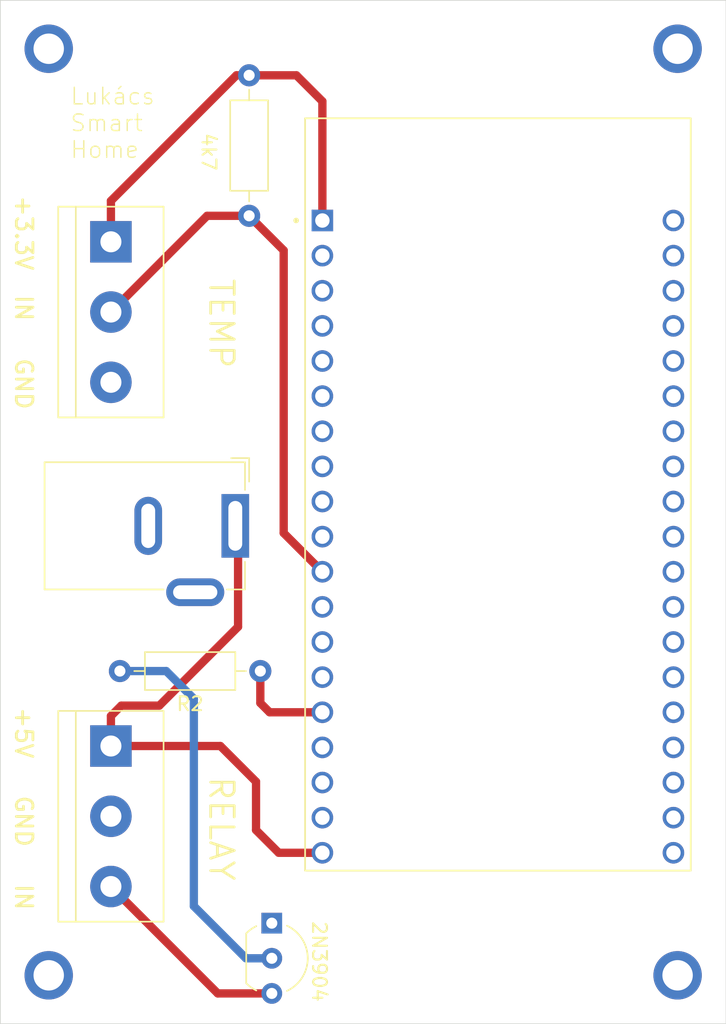
<source format=kicad_pcb>
(kicad_pcb (version 20240108) (generator "pcbnew") (generator_version "8.0")
  (layers (0 "F.Cu" signal) (31 "B.Cu" signal) (34 "B.Paste" user) (35 "F.Paste" user) (36 "B.SilkS" user "B.Silkscreen") (37 "F.SilkS" user "F.Silkscreen") (38 "B.Mask" user) (39 "F.Mask" user) (44 "Edge.Cuts" user))
  (net 0 "")
  (net 1 "+3V3")
  (net 2 "GND")
  (net 3 "Net-(J1-Pin_2)")
  (net 4 "+5V")
  (net 5 "Net-(Q1-B)")
  (net 6 "Net-(J4-Pin_3)")
  (net 39 "Net-(U2-IO13)")
  (footprint "Connector_BarrelJack:BarrelJack_GCT_DCJ200-10-A_Horizontal" (layer "F.Cu") (at 187 100.5 -90)
    (property "Reference" "J2" (hide yes))
    (property "Value" "Barrel_Jack_MountingPin" (hide yes))
    (fp_line (start -4.6 13.8) (end -4.6 -0.7) (stroke (width 0.12)) (layer "F.SilkS"))
    (fp_line (start 4.6 13.8) (end -4.6 13.8) (stroke (width 0.12)) (layer "F.SilkS"))
    (fp_line (start 4.6 5.2) (end 4.6 13.8) (stroke (width 0.12)) (layer "F.SilkS"))
    (fp_line (start -4.6 -0.7) (end -2.6 -0.7) (stroke (width 0.12)) (layer "F.SilkS"))
    (fp_line (start 2.6 -0.7) (end 4.6 -0.7) (stroke (width 0.12)) (layer "F.SilkS"))
    (fp_line (start 4.6 -0.7) (end 4.6 0.6) (stroke (width 0.12)) (layer "F.SilkS"))
    (fp_line (start -4.9 -1) (end -4.9 0.3) (stroke (width 0.12)) (layer "F.SilkS"))
    (fp_line (start -3.2 -1) (end -4.9 -1) (stroke (width 0.12)) (layer "F.SilkS"))
    (pad "1" thru_hole rect (at 0 0 270) (size 4.6 2) (drill oval 3.6 1) (layers "*.Cu" "*.Mask") (net 4 "+5V"))
    (pad "2" thru_hole oval (at 0 6.3 270) (size 4.2 2) (drill oval 3.2 1) (layers "*.Cu" "*.Mask") (net 2 "GND"))
    (pad "3" thru_hole oval (at 4.8 2.9 270) (size 2 4.2) (drill oval 1 3.2) (layers "*.Cu" "*.Mask"))
  )
  (footprint "MountingHole:MountingHole_2.2mm_M2_ISO7380_Pad" (layer "F.Cu") (at 173.5 66)
    (property "Reference" "H3" (hide yes))
    (property "Value" "MountingHole" (hide yes))
    (pad "1" thru_hole circle (at 0 0) (size 3.5 3.5) (drill 2.2) (layers "*.Cu" "*.Mask"))
  )
  (footprint "Resistor_THT:R_Axial_DIN0207_L6.3mm_D2.5mm_P10.16mm_Horizontal" (layer "F.Cu") (at 188 78.08 90)
    (property "Reference" "R1" (hide yes))
    (property "Value" "4k7")
    (fp_line (start 8.35 -1.37) (end 1.81 -1.37) (stroke (width 0.12)) (layer "F.SilkS"))
    (fp_line (start 1.81 -1.37) (end 1.81 1.37) (stroke (width 0.12)) (layer "F.SilkS"))
    (fp_line (start 9.12 0) (end 8.35 0) (stroke (width 0.12)) (layer "F.SilkS"))
    (fp_line (start 1.04 0) (end 1.81 0) (stroke (width 0.12)) (layer "F.SilkS"))
    (fp_line (start 8.35 1.37) (end 8.35 -1.37) (stroke (width 0.12)) (layer "F.SilkS"))
    (fp_line (start 1.81 1.37) (end 8.35 1.37) (stroke (width 0.12)) (layer "F.SilkS"))
    (pad "1" thru_hole circle (at 0 0 90) (size 1.6 1.6) (drill 0.8) (layers "*.Cu" "*.Mask") (net 3 "Net-(J1-Pin_2)"))
    (pad "2" thru_hole oval (at 10.16 0 90) (size 1.6 1.6) (drill 0.8) (layers "*.Cu" "*.Mask") (net 1 "+3V3"))
  )
  (footprint "MountingHole:MountingHole_2.2mm_M2_ISO7380_Pad" (layer "F.Cu") (at 173.5 133)
    (property "Reference" "H1" (hide yes))
    (property "Value" "MountingHole" (hide yes))
    (pad "1" thru_hole circle (at 0 0) (size 3.5 3.5) (drill 2.2) (layers "*.Cu" "*.Mask"))
  )
  (footprint "Resistor_THT:R_Axial_DIN0207_L6.3mm_D2.5mm_P10.16mm_Horizontal" (layer "F.Cu") (at 188.81 111 180)
    (property "Reference" "R2" (at 5.08 -2.37 180) (layer "F.SilkS"))
    (property "Value" "4k7")
    (fp_line (start 9.12 0) (end 8.35 0) (stroke (width 0.12)) (layer "F.SilkS"))
    (fp_line (start 8.35 1.37) (end 8.35 -1.37) (stroke (width 0.12)) (layer "F.SilkS"))
    (fp_line (start 8.35 -1.37) (end 1.81 -1.37) (stroke (width 0.12)) (layer "F.SilkS"))
    (fp_line (start 1.81 1.37) (end 8.35 1.37) (stroke (width 0.12)) (layer "F.SilkS"))
    (fp_line (start 1.81 -1.37) (end 1.81 1.37) (stroke (width 0.12)) (layer "F.SilkS"))
    (fp_line (start 1.04 0) (end 1.81 0) (stroke (width 0.12)) (layer "F.SilkS"))
    (pad "1" thru_hole circle (at 0 0 180) (size 1.6 1.6) (drill 0.8) (layers "*.Cu" "*.Mask") (net 39 "Net-(U2-IO13)"))
    (pad "2" thru_hole oval (at 10.16 0 180) (size 1.6 1.6) (drill 0.8) (layers "*.Cu" "*.Mask") (net 5 "Net-(Q1-B)"))
  )
  (footprint "Package_TO_SOT_THT:TO-92_Inline_Wide" (layer "F.Cu") (at 189.64 129.23 -90)
    (property "Reference" "Q1" (hide yes))
    (property "Value" "2N3904")
    (fp_line (start 0.74 1.85) (end 4.34 1.85) (stroke (width 0.12)) (layer "F.SilkS"))
    (fp_arc (start 0.74 1.85) (mid 0.446097 1.509328) (end 0.215816 1.122795) (stroke (width 0.12)) (layer "F.SilkS"))
    (fp_arc (start 4.864184 1.122795) (mid 4.633903 1.509328) (end 4.34 1.85) (stroke (width 0.12)) (layer "F.SilkS"))
    (fp_arc (start 0.1836 -1.098807) (mid 1.143021 -2.192817) (end 2.54 -2.6) (stroke (width 0.12)) (layer "F.SilkS"))
    (fp_arc (start 2.54 -2.6) (mid 3.936979 -2.192818) (end 4.8964 -1.098807) (stroke (width 0.12)) (layer "F.SilkS"))
    (pad "1" thru_hole rect (at 0 0 270) (size 1.5 1.5) (drill 0.8) (layers "*.Cu" "*.Mask") (net 2 "GND"))
    (pad "2" thru_hole circle (at 2.54 0 270) (size 1.5 1.5) (drill 0.8) (layers "*.Cu" "*.Mask") (net 5 "Net-(Q1-B)"))
    (pad "3" thru_hole circle (at 5.08 0 270) (size 1.5 1.5) (drill 0.8) (layers "*.Cu" "*.Mask") (net 6 "Net-(J4-Pin_3)"))
  )
  (footprint "TerminalBlock:TerminalBlock_bornier-3_P5.08mm" (layer "F.Cu") (at 178 79.96 -90)
    (property "Reference" "J1" (hide yes))
    (property "Value" "Screw_Terminal_01x03" (hide yes))
    (fp_line (start -2.54 3.81) (end 12.7 3.81) (stroke (width 0.12)) (layer "F.SilkS"))
    (fp_line (start -2.54 3.81) (end -2.54 -3.81) (stroke (width 0.12)) (layer "F.SilkS"))
    (fp_line (start 12.7 3.81) (end 12.7 -3.81) (stroke (width 0.12)) (layer "F.SilkS"))
    (fp_line (start -2.54 2.54) (end 12.7 2.54) (stroke (width 0.12)) (layer "F.SilkS"))
    (fp_line (start -2.54 -3.81) (end 12.7 -3.81) (stroke (width 0.12)) (layer "F.SilkS"))
    (pad "1" thru_hole rect (at 0 0 270) (size 3 3) (drill 1.52) (layers "*.Cu" "*.Mask") (net 1 "+3V3"))
    (pad "2" thru_hole circle (at 5.08 0 270) (size 3 3) (drill 1.52) (layers "*.Cu" "*.Mask") (net 3 "Net-(J1-Pin_2)"))
    (pad "3" thru_hole circle (at 10.16 0 270) (size 3 3) (drill 1.52) (layers "*.Cu" "*.Mask") (net 2 "GND"))
  )
  (footprint "TerminalBlock:TerminalBlock_bornier-3_P5.08mm" (layer "F.Cu") (at 178 116.42 -90)
    (property "Reference" "J4" (hide yes))
    (property "Value" "Screw_Terminal_01x03" (hide yes))
    (fp_line (start -2.54 3.81) (end 12.7 3.81) (stroke (width 0.12)) (layer "F.SilkS"))
    (fp_line (start -2.54 3.81) (end -2.54 -3.81) (stroke (width 0.12)) (layer "F.SilkS"))
    (fp_line (start 12.7 3.81) (end 12.7 -3.81) (stroke (width 0.12)) (layer "F.SilkS"))
    (fp_line (start -2.54 2.54) (end 12.7 2.54) (stroke (width 0.12)) (layer "F.SilkS"))
    (fp_line (start -2.54 -3.81) (end 12.7 -3.81) (stroke (width 0.12)) (layer "F.SilkS"))
    (pad "1" thru_hole rect (at 0 0 270) (size 3 3) (drill 1.52) (layers "*.Cu" "*.Mask") (net 4 "+5V"))
    (pad "2" thru_hole circle (at 5.08 0 270) (size 3 3) (drill 1.52) (layers "*.Cu" "*.Mask") (net 2 "GND"))
    (pad "3" thru_hole circle (at 10.16 0 270) (size 3 3) (drill 1.52) (layers "*.Cu" "*.Mask") (net 6 "Net-(J4-Pin_3)"))
  )
  (footprint "Szabi_footprints:MODULE_ESP32-DEVKITC-32D" (layer "F.Cu") (at 206 98.18)
    (property "Reference" "U2" (hide yes))
    (property "Value" "ESP32-DEVKITC-32D")
    (fp_line (start -13.95 -27.15) (end 13.95 -27.15) (stroke (width 0.127)) (layer "F.SilkS"))
    (fp_line (start -13.95 27.25) (end -13.95 -27.15) (stroke (width 0.127)) (layer "F.SilkS"))
    (fp_line (start 13.95 -27.15) (end 13.95 27.25) (stroke (width 0.127)) (layer "F.SilkS"))
    (fp_line (start 13.95 27.25) (end -13.95 27.25) (stroke (width 0.127)) (layer "F.SilkS"))
    (fp_circle (center -14.6 -19.76) (end -14.5 -19.76) (stroke (width 0.2)) (fill none) (layer "F.SilkS"))
    (pad "J2-1" thru_hole rect (at -12.7 -19.76) (size 1.56 1.56) (drill 1.04) (layers "*.Cu" "*.Mask") (net 1 "+3V3"))
    (pad "J2-2" thru_hole circle (at -12.7 -17.22) (size 1.56 1.56) (drill 1.04) (layers "*.Cu" "*.Mask"))
    (pad "J2-3" thru_hole circle (at -12.7 -14.68) (size 1.56 1.56) (drill 1.04) (layers "*.Cu" "*.Mask"))
    (pad "J2-4" thru_hole circle (at -12.7 -12.14) (size 1.56 1.56) (drill 1.04) (layers "*.Cu" "*.Mask"))
    (pad "J2-5" thru_hole circle (at -12.7 -9.6) (size 1.56 1.56) (drill 1.04) (layers "*.Cu" "*.Mask"))
    (pad "J2-6" thru_hole circle (at -12.7 -7.06) (size 1.56 1.56) (drill 1.04) (layers "*.Cu" "*.Mask"))
    (pad "J2-7" thru_hole circle (at -12.7 -4.52) (size 1.56 1.56) (drill 1.04) (layers "*.Cu" "*.Mask"))
    (pad "J2-8" thru_hole circle (at -12.7 -1.98) (size 1.56 1.56) (drill 1.04) (layers "*.Cu" "*.Mask"))
    (pad "J2-9" thru_hole circle (at -12.7 0.56) (size 1.56 1.56) (drill 1.04) (layers "*.Cu" "*.Mask"))
    (pad "J2-10" thru_hole circle (at -12.7 3.1) (size 1.56 1.56) (drill 1.04) (layers "*.Cu" "*.Mask"))
    (pad "J2-11" thru_hole circle (at -12.7 5.64) (size 1.56 1.56) (drill 1.04) (layers "*.Cu" "*.Mask") (net 3 "Net-(J1-Pin_2)"))
    (pad "J2-12" thru_hole circle (at -12.7 8.18) (size 1.56 1.56) (drill 1.04) (layers "*.Cu" "*.Mask"))
    (pad "J2-13" thru_hole circle (at -12.7 10.72) (size 1.56 1.56) (drill 1.04) (layers "*.Cu" "*.Mask"))
    (pad "J2-14" thru_hole circle (at -12.7 13.26) (size 1.56 1.56) (drill 1.04) (layers "*.Cu" "*.Mask") (net 2 "GND"))
    (pad "J2-15" thru_hole circle (at -12.7 15.8) (size 1.56 1.56) (drill 1.04) (layers "*.Cu" "*.Mask") (net 39 "Net-(U2-IO13)"))
    (pad "J2-16" thru_hole circle (at -12.7 18.34) (size 1.56 1.56) (drill 1.04) (layers "*.Cu" "*.Mask"))
    (pad "J2-17" thru_hole circle (at -12.7 20.88) (size 1.56 1.56) (drill 1.04) (layers "*.Cu" "*.Mask"))
    (pad "J2-18" thru_hole circle (at -12.7 23.42) (size 1.56 1.56) (drill 1.04) (layers "*.Cu" "*.Mask"))
    (pad "J2-19" thru_hole circle (at -12.7 25.96) (size 1.56 1.56) (drill 1.04) (layers "*.Cu" "*.Mask") (net 4 "+5V"))
    (pad "J3-1" thru_hole circle (at 12.7 -19.76) (size 1.56 1.56) (drill 1.04) (layers "*.Cu" "*.Mask"))
    (pad "J3-2" thru_hole circle (at 12.7 -17.22) (size 1.56 1.56) (drill 1.04) (layers "*.Cu" "*.Mask"))
    (pad "J3-3" thru_hole circle (at 12.7 -14.68) (size 1.56 1.56) (drill 1.04) (layers "*.Cu" "*.Mask"))
    (pad "J3-4" thru_hole circle (at 12.7 -12.14) (size 1.56 1.56) (drill 1.04) (layers "*.Cu" "*.Mask"))
    (pad "J3-5" thru_hole circle (at 12.7 -9.6) (size 1.56 1.56) (drill 1.04) (layers "*.Cu" "*.Mask"))
    (pad "J3-6" thru_hole circle (at 12.7 -7.06) (size 1.56 1.56) (drill 1.04) (layers "*.Cu" "*.Mask"))
    (pad "J3-7" thru_hole circle (at 12.7 -4.52) (size 1.56 1.56) (drill 1.04) (layers "*.Cu" "*.Mask") (net 2 "GND"))
    (pad "J3-8" thru_hole circle (at 12.7 -1.98) (size 1.56 1.56) (drill 1.04) (layers "*.Cu" "*.Mask"))
    (pad "J3-9" thru_hole circle (at 12.7 0.56) (size 1.56 1.56) (drill 1.04) (layers "*.Cu" "*.Mask"))
    (pad "J3-10" thru_hole circle (at 12.7 3.1) (size 1.56 1.56) (drill 1.04) (layers "*.Cu" "*.Mask"))
    (pad "J3-11" thru_hole circle (at 12.7 5.64) (size 1.56 1.56) (drill 1.04) (layers "*.Cu" "*.Mask"))
    (pad "J3-12" thru_hole circle (at 12.7 8.18) (size 1.56 1.56) (drill 1.04) (layers "*.Cu" "*.Mask"))
    (pad "J3-13" thru_hole circle (at 12.7 10.72) (size 1.56 1.56) (drill 1.04) (layers "*.Cu" "*.Mask"))
    (pad "J3-14" thru_hole circle (at 12.7 13.26) (size 1.56 1.56) (drill 1.04) (layers "*.Cu" "*.Mask"))
    (pad "J3-15" thru_hole circle (at 12.7 15.8) (size 1.56 1.56) (drill 1.04) (layers "*.Cu" "*.Mask"))
    (pad "J3-16" thru_hole circle (at 12.7 18.34) (size 1.56 1.56) (drill 1.04) (layers "*.Cu" "*.Mask"))
    (pad "J3-17" thru_hole circle (at 12.7 20.88) (size 1.56 1.56) (drill 1.04) (layers "*.Cu" "*.Mask"))
    (pad "J3-18" thru_hole circle (at 12.7 23.42) (size 1.56 1.56) (drill 1.04) (layers "*.Cu" "*.Mask"))
    (pad "J3-19" thru_hole circle (at 12.7 25.96) (size 1.56 1.56) (drill 1.04) (layers "*.Cu" "*.Mask"))
  )
  (footprint "MountingHole:MountingHole_2.2mm_M2_ISO7380_Pad" (layer "F.Cu") (at 219 133)
    (property "Reference" "H2" (hide yes))
    (property "Value" "MountingHole" (hide yes))
    (pad "1" thru_hole circle (at 0 0) (size 3.5 3.5) (drill 2.2) (layers "*.Cu" "*.Mask"))
  )
  (footprint "MountingHole:MountingHole_2.2mm_M2_ISO7380_Pad" (layer "F.Cu") (at 219 66)
    (property "Reference" "H4" (hide yes))
    (property "Value" "MountingHole" (hide yes))
    (pad "1" thru_hole circle (at 0 0) (size 3.5 3.5) (drill 2.2) (layers "*.Cu" "*.Mask"))
  )
  (gr_rect (start 170 62.5) (end 222.5 136.5) (stroke (width 0.05)) (fill none) (layer "Edge.Cuts"))
  (gr_text "Lukács\nSmart\nHome" (at 175 74 0) (layer "F.SilkS") (effects (font (size 1.2 1.2) (thickness 0.1)) (justify left bottom)))
  (gr_text "RELAY" (at 185 118.5 270) (layer "F.SilkS") (effects (font (size 1.7 1.7) (thickness 0.2) (bold yes)) (justify left bottom)))
  (gr_text "4k7" (at 184.5 72 270) (layer "F.SilkS") (effects (font (size 1 1)) (justify left bottom)))
  (gr_text "+3.3V  IN   GND" (at 171 76.5 270) (layer "F.SilkS") (effects (font (size 1.2 1.2) (thickness 0.2) (bold yes)) (justify left bottom)))
  (gr_text "2N3904" (at 192.5 129 270) (layer "F.SilkS") (effects (font (size 1 1)) (justify left bottom)))
  (gr_text "TEMP" (at 185 82.5 270) (layer "F.SilkS") (effects (font (size 1.7 1.7) (thickness 0.2) (bold yes)) (justify left bottom)))
  (gr_text "+5V   GND   IN" (at 171 113.5 270) (layer "F.SilkS") (effects (font (size 1.2 1.2) (thickness 0.2) (bold yes)) (justify left bottom)))
  (segment (start 188 67.92) (end 187.08 67.92) (width 0.6) (layer "F.Cu") (net 1))
  (segment (start 191.42 67.92) (end 193.3 69.8) (width 0.6) (layer "F.Cu") (net 1))
  (segment (start 178 77) (end 178 79.96) (width 0.6) (layer "F.Cu") (net 1))
  (segment (start 193.3 69.8) (end 193.3 78.42) (width 0.6) (layer "F.Cu") (net 1))
  (segment (start 187.08 67.92) (end 178 77) (width 0.6) (layer "F.Cu") (net 1))
  (segment (start 188 67.92) (end 191.42 67.92) (width 0.6) (layer "F.Cu") (net 1))
  (segment (start 184.96 78.08) (end 178 85.04) (width 0.6) (layer "F.Cu") (net 3))
  (segment (start 188 78.08) (end 184.96 78.08) (width 0.6) (layer "F.Cu") (net 3))
  (segment (start 190.5 80.58) (end 190.5 101.02) (width 0.6) (layer "F.Cu") (net 3))
  (segment (start 190.5 80.58) (end 188 78.08) (width 0.6) (layer "F.Cu") (net 3))
  (segment (start 190.5 101.02) (end 193.3 103.82) (width 0.6) (layer "F.Cu") (net 3))
  (segment (start 185.92 116.42) (end 188.5 119) (width 0.6) (layer "F.Cu") (net 4))
  (segment (start 187.2 107.8) (end 181.5 113.5) (width 0.6) (layer "F.Cu") (net 4))
  (segment (start 188.5 122.5) (end 190.14 124.14) (width 0.6) (layer "F.Cu") (net 4))
  (segment (start 181.5 113.5) (end 178.75 113.5) (width 0.6) (layer "F.Cu") (net 4))
  (segment (start 178 116.42) (end 185.92 116.42) (width 0.6) (layer "F.Cu") (net 4))
  (segment (start 187.2 101) (end 187.2 107.8) (width 0.6) (layer "F.Cu") (net 4))
  (segment (start 190.14 124.14) (end 193.3 124.14) (width 0.6) (layer "F.Cu") (net 4))
  (segment (start 188.5 119) (end 188.5 122.5) (width 0.6) (layer "F.Cu") (net 4))
  (segment (start 178 114.25) (end 178 116.42) (width 0.6) (layer "F.Cu") (net 4))
  (segment (start 178.75 113.5) (end 178 114.25) (width 0.6) (layer "F.Cu") (net 4))
  (segment (start 182 111) (end 184 113) (width 0.6) (layer "B.Cu") (net 5))
  (segment (start 184 128) (end 187.77 131.77) (width 0.6) (layer "B.Cu") (net 5))
  (segment (start 178.65 111) (end 182 111) (width 0.6) (layer "B.Cu") (net 5))
  (segment (start 187.77 131.77) (end 189.64 131.77) (width 0.6) (layer "B.Cu") (net 5))
  (segment (start 184 113) (end 184 128) (width 0.6) (layer "B.Cu") (net 5))
  (segment (start 189.64 134.31) (end 185.73 134.31) (width 0.6) (layer "F.Cu") (net 6))
  (segment (start 185.73 134.31) (end 178 126.58) (width 0.6) (layer "F.Cu") (net 6))
  (segment (start 188.81 113.31) (end 188.81 111) (width 0.6) (layer "F.Cu") (net 39))
  (segment (start 193.3 113.98) (end 189.48 113.98) (width 0.6) (layer "F.Cu") (net 39))
  (segment (start 189.48 113.98) (end 188.81 113.31) (width 0.6) (layer "F.Cu") (net 39))
)
</source>
